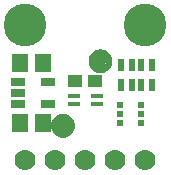
<source format=gbr>
G04 EAGLE Gerber RS-274X export*
G75*
%MOMM*%
%FSLAX34Y34*%
%LPD*%
%INSoldermask Top*%
%IPPOS*%
%AMOC8*
5,1,8,0,0,1.08239X$1,22.5*%
G01*
%ADD10C,3.617600*%
%ADD11C,1.101600*%
%ADD12C,0.500000*%
%ADD13R,1.341600X1.601600*%
%ADD14R,1.301600X0.651600*%
%ADD15R,1.176600X1.101600*%
%ADD16C,1.778000*%
%ADD17R,1.101600X0.451600*%
%ADD18R,0.551600X1.001600*%
%ADD19R,0.601600X0.601600*%
%ADD20R,0.601600X0.501600*%


D10*
X25400Y139700D03*
X127000Y139700D03*
D11*
X88900Y109220D03*
D12*
X88900Y116720D02*
X88719Y116718D01*
X88538Y116711D01*
X88357Y116700D01*
X88176Y116685D01*
X87996Y116665D01*
X87816Y116641D01*
X87637Y116613D01*
X87459Y116580D01*
X87282Y116543D01*
X87105Y116502D01*
X86930Y116457D01*
X86755Y116407D01*
X86582Y116353D01*
X86411Y116295D01*
X86240Y116233D01*
X86072Y116166D01*
X85905Y116096D01*
X85739Y116022D01*
X85576Y115943D01*
X85415Y115861D01*
X85255Y115775D01*
X85098Y115685D01*
X84943Y115591D01*
X84790Y115494D01*
X84640Y115392D01*
X84492Y115288D01*
X84346Y115179D01*
X84204Y115068D01*
X84064Y114952D01*
X83927Y114834D01*
X83792Y114712D01*
X83661Y114587D01*
X83533Y114459D01*
X83408Y114328D01*
X83286Y114193D01*
X83168Y114056D01*
X83052Y113916D01*
X82941Y113774D01*
X82832Y113628D01*
X82728Y113480D01*
X82626Y113330D01*
X82529Y113177D01*
X82435Y113022D01*
X82345Y112865D01*
X82259Y112705D01*
X82177Y112544D01*
X82098Y112381D01*
X82024Y112215D01*
X81954Y112048D01*
X81887Y111880D01*
X81825Y111709D01*
X81767Y111538D01*
X81713Y111365D01*
X81663Y111190D01*
X81618Y111015D01*
X81577Y110838D01*
X81540Y110661D01*
X81507Y110483D01*
X81479Y110304D01*
X81455Y110124D01*
X81435Y109944D01*
X81420Y109763D01*
X81409Y109582D01*
X81402Y109401D01*
X81400Y109220D01*
X88900Y116720D02*
X89081Y116718D01*
X89262Y116711D01*
X89443Y116700D01*
X89624Y116685D01*
X89804Y116665D01*
X89984Y116641D01*
X90163Y116613D01*
X90341Y116580D01*
X90518Y116543D01*
X90695Y116502D01*
X90870Y116457D01*
X91045Y116407D01*
X91218Y116353D01*
X91389Y116295D01*
X91560Y116233D01*
X91728Y116166D01*
X91895Y116096D01*
X92061Y116022D01*
X92224Y115943D01*
X92385Y115861D01*
X92545Y115775D01*
X92702Y115685D01*
X92857Y115591D01*
X93010Y115494D01*
X93160Y115392D01*
X93308Y115288D01*
X93454Y115179D01*
X93596Y115068D01*
X93736Y114952D01*
X93873Y114834D01*
X94008Y114712D01*
X94139Y114587D01*
X94267Y114459D01*
X94392Y114328D01*
X94514Y114193D01*
X94632Y114056D01*
X94748Y113916D01*
X94859Y113774D01*
X94968Y113628D01*
X95072Y113480D01*
X95174Y113330D01*
X95271Y113177D01*
X95365Y113022D01*
X95455Y112865D01*
X95541Y112705D01*
X95623Y112544D01*
X95702Y112381D01*
X95776Y112215D01*
X95846Y112048D01*
X95913Y111880D01*
X95975Y111709D01*
X96033Y111538D01*
X96087Y111365D01*
X96137Y111190D01*
X96182Y111015D01*
X96223Y110838D01*
X96260Y110661D01*
X96293Y110483D01*
X96321Y110304D01*
X96345Y110124D01*
X96365Y109944D01*
X96380Y109763D01*
X96391Y109582D01*
X96398Y109401D01*
X96400Y109220D01*
X96398Y109039D01*
X96391Y108858D01*
X96380Y108677D01*
X96365Y108496D01*
X96345Y108316D01*
X96321Y108136D01*
X96293Y107957D01*
X96260Y107779D01*
X96223Y107602D01*
X96182Y107425D01*
X96137Y107250D01*
X96087Y107075D01*
X96033Y106902D01*
X95975Y106731D01*
X95913Y106560D01*
X95846Y106392D01*
X95776Y106225D01*
X95702Y106059D01*
X95623Y105896D01*
X95541Y105735D01*
X95455Y105575D01*
X95365Y105418D01*
X95271Y105263D01*
X95174Y105110D01*
X95072Y104960D01*
X94968Y104812D01*
X94859Y104666D01*
X94748Y104524D01*
X94632Y104384D01*
X94514Y104247D01*
X94392Y104112D01*
X94267Y103981D01*
X94139Y103853D01*
X94008Y103728D01*
X93873Y103606D01*
X93736Y103488D01*
X93596Y103372D01*
X93454Y103261D01*
X93308Y103152D01*
X93160Y103048D01*
X93010Y102946D01*
X92857Y102849D01*
X92702Y102755D01*
X92545Y102665D01*
X92385Y102579D01*
X92224Y102497D01*
X92061Y102418D01*
X91895Y102344D01*
X91728Y102274D01*
X91560Y102207D01*
X91389Y102145D01*
X91218Y102087D01*
X91045Y102033D01*
X90870Y101983D01*
X90695Y101938D01*
X90518Y101897D01*
X90341Y101860D01*
X90163Y101827D01*
X89984Y101799D01*
X89804Y101775D01*
X89624Y101755D01*
X89443Y101740D01*
X89262Y101729D01*
X89081Y101722D01*
X88900Y101720D01*
X88719Y101722D01*
X88538Y101729D01*
X88357Y101740D01*
X88176Y101755D01*
X87996Y101775D01*
X87816Y101799D01*
X87637Y101827D01*
X87459Y101860D01*
X87282Y101897D01*
X87105Y101938D01*
X86930Y101983D01*
X86755Y102033D01*
X86582Y102087D01*
X86411Y102145D01*
X86240Y102207D01*
X86072Y102274D01*
X85905Y102344D01*
X85739Y102418D01*
X85576Y102497D01*
X85415Y102579D01*
X85255Y102665D01*
X85098Y102755D01*
X84943Y102849D01*
X84790Y102946D01*
X84640Y103048D01*
X84492Y103152D01*
X84346Y103261D01*
X84204Y103372D01*
X84064Y103488D01*
X83927Y103606D01*
X83792Y103728D01*
X83661Y103853D01*
X83533Y103981D01*
X83408Y104112D01*
X83286Y104247D01*
X83168Y104384D01*
X83052Y104524D01*
X82941Y104666D01*
X82832Y104812D01*
X82728Y104960D01*
X82626Y105110D01*
X82529Y105263D01*
X82435Y105418D01*
X82345Y105575D01*
X82259Y105735D01*
X82177Y105896D01*
X82098Y106059D01*
X82024Y106225D01*
X81954Y106392D01*
X81887Y106560D01*
X81825Y106731D01*
X81767Y106902D01*
X81713Y107075D01*
X81663Y107250D01*
X81618Y107425D01*
X81577Y107602D01*
X81540Y107779D01*
X81507Y107957D01*
X81479Y108136D01*
X81455Y108316D01*
X81435Y108496D01*
X81420Y108677D01*
X81409Y108858D01*
X81402Y109039D01*
X81400Y109220D01*
D11*
X57150Y54610D03*
D12*
X57150Y62110D02*
X56969Y62108D01*
X56788Y62101D01*
X56607Y62090D01*
X56426Y62075D01*
X56246Y62055D01*
X56066Y62031D01*
X55887Y62003D01*
X55709Y61970D01*
X55532Y61933D01*
X55355Y61892D01*
X55180Y61847D01*
X55005Y61797D01*
X54832Y61743D01*
X54661Y61685D01*
X54490Y61623D01*
X54322Y61556D01*
X54155Y61486D01*
X53989Y61412D01*
X53826Y61333D01*
X53665Y61251D01*
X53505Y61165D01*
X53348Y61075D01*
X53193Y60981D01*
X53040Y60884D01*
X52890Y60782D01*
X52742Y60678D01*
X52596Y60569D01*
X52454Y60458D01*
X52314Y60342D01*
X52177Y60224D01*
X52042Y60102D01*
X51911Y59977D01*
X51783Y59849D01*
X51658Y59718D01*
X51536Y59583D01*
X51418Y59446D01*
X51302Y59306D01*
X51191Y59164D01*
X51082Y59018D01*
X50978Y58870D01*
X50876Y58720D01*
X50779Y58567D01*
X50685Y58412D01*
X50595Y58255D01*
X50509Y58095D01*
X50427Y57934D01*
X50348Y57771D01*
X50274Y57605D01*
X50204Y57438D01*
X50137Y57270D01*
X50075Y57099D01*
X50017Y56928D01*
X49963Y56755D01*
X49913Y56580D01*
X49868Y56405D01*
X49827Y56228D01*
X49790Y56051D01*
X49757Y55873D01*
X49729Y55694D01*
X49705Y55514D01*
X49685Y55334D01*
X49670Y55153D01*
X49659Y54972D01*
X49652Y54791D01*
X49650Y54610D01*
X57150Y62110D02*
X57331Y62108D01*
X57512Y62101D01*
X57693Y62090D01*
X57874Y62075D01*
X58054Y62055D01*
X58234Y62031D01*
X58413Y62003D01*
X58591Y61970D01*
X58768Y61933D01*
X58945Y61892D01*
X59120Y61847D01*
X59295Y61797D01*
X59468Y61743D01*
X59639Y61685D01*
X59810Y61623D01*
X59978Y61556D01*
X60145Y61486D01*
X60311Y61412D01*
X60474Y61333D01*
X60635Y61251D01*
X60795Y61165D01*
X60952Y61075D01*
X61107Y60981D01*
X61260Y60884D01*
X61410Y60782D01*
X61558Y60678D01*
X61704Y60569D01*
X61846Y60458D01*
X61986Y60342D01*
X62123Y60224D01*
X62258Y60102D01*
X62389Y59977D01*
X62517Y59849D01*
X62642Y59718D01*
X62764Y59583D01*
X62882Y59446D01*
X62998Y59306D01*
X63109Y59164D01*
X63218Y59018D01*
X63322Y58870D01*
X63424Y58720D01*
X63521Y58567D01*
X63615Y58412D01*
X63705Y58255D01*
X63791Y58095D01*
X63873Y57934D01*
X63952Y57771D01*
X64026Y57605D01*
X64096Y57438D01*
X64163Y57270D01*
X64225Y57099D01*
X64283Y56928D01*
X64337Y56755D01*
X64387Y56580D01*
X64432Y56405D01*
X64473Y56228D01*
X64510Y56051D01*
X64543Y55873D01*
X64571Y55694D01*
X64595Y55514D01*
X64615Y55334D01*
X64630Y55153D01*
X64641Y54972D01*
X64648Y54791D01*
X64650Y54610D01*
X64648Y54429D01*
X64641Y54248D01*
X64630Y54067D01*
X64615Y53886D01*
X64595Y53706D01*
X64571Y53526D01*
X64543Y53347D01*
X64510Y53169D01*
X64473Y52992D01*
X64432Y52815D01*
X64387Y52640D01*
X64337Y52465D01*
X64283Y52292D01*
X64225Y52121D01*
X64163Y51950D01*
X64096Y51782D01*
X64026Y51615D01*
X63952Y51449D01*
X63873Y51286D01*
X63791Y51125D01*
X63705Y50965D01*
X63615Y50808D01*
X63521Y50653D01*
X63424Y50500D01*
X63322Y50350D01*
X63218Y50202D01*
X63109Y50056D01*
X62998Y49914D01*
X62882Y49774D01*
X62764Y49637D01*
X62642Y49502D01*
X62517Y49371D01*
X62389Y49243D01*
X62258Y49118D01*
X62123Y48996D01*
X61986Y48878D01*
X61846Y48762D01*
X61704Y48651D01*
X61558Y48542D01*
X61410Y48438D01*
X61260Y48336D01*
X61107Y48239D01*
X60952Y48145D01*
X60795Y48055D01*
X60635Y47969D01*
X60474Y47887D01*
X60311Y47808D01*
X60145Y47734D01*
X59978Y47664D01*
X59810Y47597D01*
X59639Y47535D01*
X59468Y47477D01*
X59295Y47423D01*
X59120Y47373D01*
X58945Y47328D01*
X58768Y47287D01*
X58591Y47250D01*
X58413Y47217D01*
X58234Y47189D01*
X58054Y47165D01*
X57874Y47145D01*
X57693Y47130D01*
X57512Y47119D01*
X57331Y47112D01*
X57150Y47110D01*
X56969Y47112D01*
X56788Y47119D01*
X56607Y47130D01*
X56426Y47145D01*
X56246Y47165D01*
X56066Y47189D01*
X55887Y47217D01*
X55709Y47250D01*
X55532Y47287D01*
X55355Y47328D01*
X55180Y47373D01*
X55005Y47423D01*
X54832Y47477D01*
X54661Y47535D01*
X54490Y47597D01*
X54322Y47664D01*
X54155Y47734D01*
X53989Y47808D01*
X53826Y47887D01*
X53665Y47969D01*
X53505Y48055D01*
X53348Y48145D01*
X53193Y48239D01*
X53040Y48336D01*
X52890Y48438D01*
X52742Y48542D01*
X52596Y48651D01*
X52454Y48762D01*
X52314Y48878D01*
X52177Y48996D01*
X52042Y49118D01*
X51911Y49243D01*
X51783Y49371D01*
X51658Y49502D01*
X51536Y49637D01*
X51418Y49774D01*
X51302Y49914D01*
X51191Y50056D01*
X51082Y50202D01*
X50978Y50350D01*
X50876Y50500D01*
X50779Y50653D01*
X50685Y50808D01*
X50595Y50965D01*
X50509Y51125D01*
X50427Y51286D01*
X50348Y51449D01*
X50274Y51615D01*
X50204Y51782D01*
X50137Y51950D01*
X50075Y52121D01*
X50017Y52292D01*
X49963Y52465D01*
X49913Y52640D01*
X49868Y52815D01*
X49827Y52992D01*
X49790Y53169D01*
X49757Y53347D01*
X49729Y53526D01*
X49705Y53706D01*
X49685Y53886D01*
X49670Y54067D01*
X49659Y54248D01*
X49652Y54429D01*
X49650Y54610D01*
D13*
X20980Y57150D03*
X39980Y57150D03*
D14*
X18749Y92050D03*
X18749Y82550D03*
X18749Y73050D03*
X44751Y73050D03*
X44751Y92050D03*
D13*
X39980Y107950D03*
X20980Y107950D03*
D15*
X84700Y92710D03*
X67700Y92710D03*
D16*
X25400Y25400D03*
X50800Y25400D03*
X76200Y25400D03*
X101600Y25400D03*
X127000Y25400D03*
D17*
X66200Y79700D03*
X66200Y72700D03*
X86200Y72700D03*
X86200Y79700D03*
D18*
X132380Y89290D03*
X132380Y106290D03*
X123380Y89290D03*
X115380Y89290D03*
X106380Y89290D03*
X106380Y106290D03*
X123380Y106290D03*
X115380Y106290D03*
D19*
X123300Y57270D03*
D20*
X123300Y64770D03*
D19*
X123300Y72270D03*
X105300Y72270D03*
D20*
X105300Y64770D03*
D19*
X105300Y57270D03*
M02*

</source>
